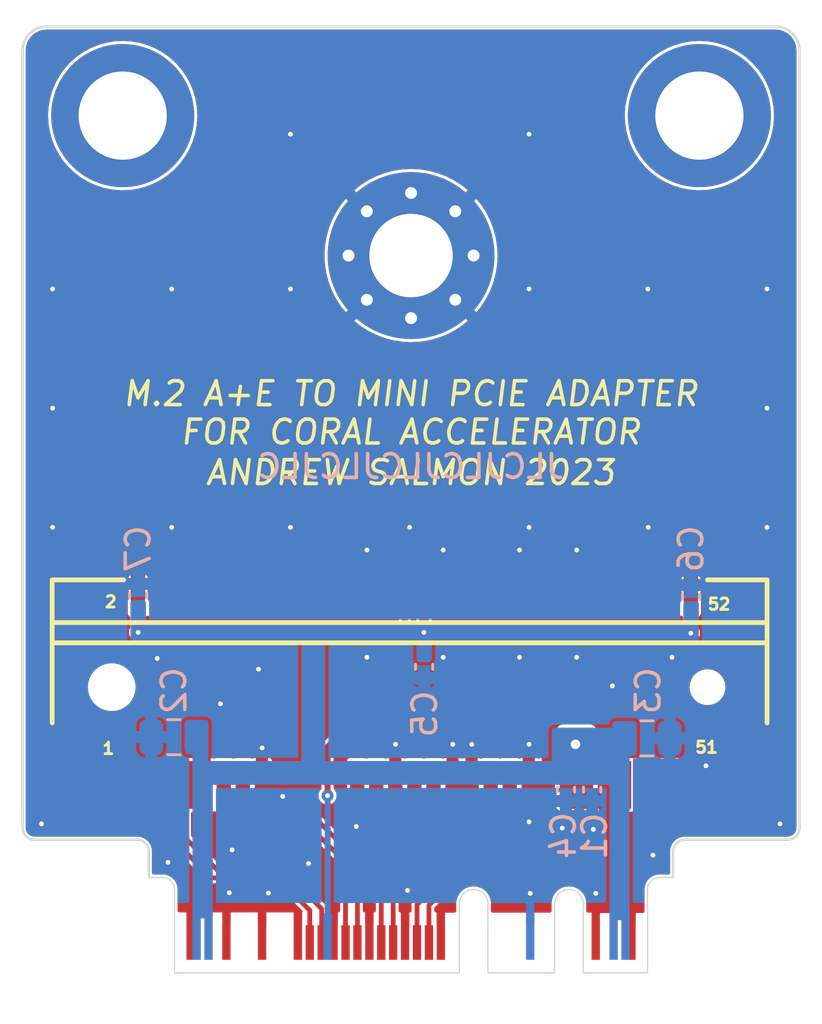
<source format=kicad_pcb>
(kicad_pcb (version 20211014) (generator pcbnew)
  (layers (0 "F.Cu" signal) (31 "B.Cu" signal) (34 "B.Paste" user) (35 "F.Paste" user) (36 "B.SilkS" user "B.Silkscreen") (37 "F.SilkS" user "F.Silkscreen") (38 "B.Mask" user) (39 "F.Mask" user) (44 "Edge.Cuts" user))
  (net 0 "")
  (net 1 "/3.3V")
  (net 2 "GND")
  (net 3 "/~{PEWAKE}")
  (net 7 "/~{CLKREQ}")
  (net 10 "/REFCLK-")
  (net 12 "/REFCLK+")
  (net 18 "/~{PERST}")
  (net 19 "/PER_0-")
  (net 20 "/PER_0+")
  (net 23 "/PET_0-")
  (net 25 "/PET_0+")
  (footprint "9774027151R:9774027151R" (layer "F.Cu") (at 157.4 93.23)
    (fp_text reference "H3" hide)
    (fp_text value "MountingHole")
    (pad "" np_thru_hole circle (at 0 0) (size 6 6) (drill 3.7) (layers F&B.Cu *.Mask))
  )
  (footprint "MountingHole:MountingHole_3.5mm_Pad_Via" (layer "F.Cu") (at 145.3 99.1)
    (fp_text reference "H1" hide)
    (fp_text value "MountingHole")
    (pad "1" thru_hole circle (at -2.625 0) (size 0.8 0.8) (drill 0.5) (layers *.Cu *.Mask))
    (pad "1" thru_hole circle (at 0 -2.625) (size 0.8 0.8) (drill 0.5) (layers *.Cu *.Mask))
    (pad "1" thru_hole circle (at 0 0) (size 7 7) (drill 3.5) (layers *.Cu *.Mask) (net 2 "GND"))
    (pad "1" thru_hole circle (at -1.856155 -1.856155) (size 0.8 0.8) (drill 0.5) (layers *.Cu *.Mask))
    (pad "1" thru_hole circle (at 2.625 0) (size 0.8 0.8) (drill 0.5) (layers *.Cu *.Mask))
    (pad "1" thru_hole circle (at 0 2.625) (size 0.8 0.8) (drill 0.5) (layers *.Cu *.Mask))
    (pad "1" thru_hole circle (at -1.856155 1.856155) (size 0.8 0.8) (drill 0.5) (layers *.Cu *.Mask))
    (pad "1" thru_hole circle (at 1.856155 1.856155) (size 0.8 0.8) (drill 0.5) (layers *.Cu *.Mask))
    (pad "1" thru_hole circle (at 1.856155 -1.856155) (size 0.8 0.8) (drill 0.5) (layers *.Cu *.Mask))
  )
  (footprint "1775862-2:TE_1775862-2" (layer "F.Cu") (at 145.24 117.202558)
    (fp_text reference "J1" hide)
    (fp_text value "Bus_PCI_Express_Mini")
    (fp_text user "52" (at 12.985 -3.477558) (layer "F.SilkS") (effects (font (size 0.480676 0.480676))))
    (fp_text user "51" (at 12.46 2.522442) (layer "F.SilkS") (effects (font (size 0.480516 0.480516))))
    (fp_text user "2" (at -12.54 -3.577558) (layer "F.SilkS") (effects (font (size 0.480724 0.480724))))
    (fp_text user "1" (at -12.64 2.572442) (layer "F.SilkS") (effects (font (size 0.480067 0.480067))))
    (fp_line (start -15 -2.71) (end 15 -2.71) (layer "F.SilkS") (width 0.2))
    (fp_line (start 15 -4.5) (end 12.5 -4.5) (layer "F.SilkS") (width 0.2))
    (fp_line (start -12 -4.5) (end -15 -4.5) (layer "F.SilkS") (width 0.2))
    (fp_line (start -15 -4.5) (end -15 1.5) (layer "F.SilkS") (width 0.2))
    (fp_line (start 15 1.5) (end 15 -4.5) (layer "F.SilkS") (width 0.2))
    (fp_line (start -15 -1.86) (end 15 -1.86) (layer "F.SilkS") (width 0.2))
    (pad "" np_thru_hole circle (at -12.5 0) (size 1.6 1.6) (drill 1.6) (layers *.Cu *.Mask))
    (pad "" np_thru_hole circle (at 12.5 0) (size 1.1 1.1) (drill 1.1) (layers *.Cu *.Mask))
    (pad "1" smd rect (at -11.8 4.1) (size 0.6 2) (layers "F.Cu" "F.Paste" "F.Mask") (net 3 "/~{PEWAKE}"))
    (pad "2" smd rect (at -11.4 -4.1) (size 0.6 2) (layers "F.Cu" "F.Paste" "F.Mask") (net 1 "/3.3V"))
    (pad "3" smd rect (at -11 4.1) (size 0.6 2) (layers "F.Cu" "F.Paste" "F.Mask"))
    (pad "4" smd rect (at -10.6 -4.1) (size 0.6 2) (layers "F.Cu" "F.Paste" "F.Mask") (net 2 "GND"))
    (pad "5" smd rect (at -10.2 4.1) (size 0.6 2) (layers "F.Cu" "F.Paste" "F.Mask"))
    (pad "6" smd rect (at -9.8 -4.1) (size 0.6 2) (layers "F.Cu" "F.Paste" "F.Mask"))
    (pad "7" smd rect (at -9.4 4.1) (size 0.6 2) (layers "F.Cu" "F.Paste" "F.Mask") (net 7 "/~{CLKREQ}"))
    (pad "8" smd rect (at -9 -4.1) (size 0.6 2) (layers "F.Cu" "F.Paste" "F.Mask"))
    (pad "9" smd rect (at -8.6 4.1) (size 0.6 2) (layers "F.Cu" "F.Paste" "F.Mask") (net 2 "GND"))
    (pad "10" smd rect (at -8.2 -4.1) (size 0.6 2) (layers "F.Cu" "F.Paste" "F.Mask"))
    (pad "11" smd rect (at -7.8 4.1) (size 0.6 2) (layers "F.Cu" "F.Paste" "F.Mask") (net 10 "/REFCLK-"))
    (pad "12" smd rect (at -7.4 -4.1) (size 0.6 2) (layers "F.Cu" "F.Paste" "F.Mask"))
    (pad "13" smd rect (at -7 4.1) (size 0.6 2) (layers "F.Cu" "F.Paste" "F.Mask") (net 12 "/REFCLK+"))
    (pad "14" smd rect (at -6.6 -4.1) (size 0.6 2) (layers "F.Cu" "F.Paste" "F.Mask"))
    (pad "15" smd rect (at -6.2 4.1) (size 0.6 2) (layers "F.Cu" "F.Paste" "F.Mask") (net 2 "GND"))
    (pad "16" smd rect (at -5.8 -4.1) (size 0.6 2) (layers "F.Cu" "F.Paste" "F.Mask"))
    (pad "17" smd rect (at -2.2 4.1) (size 0.6 2) (layers "F.Cu" "F.Paste" "F.Mask"))
    (pad "18" smd rect (at -1.8 -4.1) (size 0.6 2) (layers "F.Cu" "F.Paste" "F.Mask") (net 2 "GND"))
    (pad "19" smd rect (at -1.4 4.1) (size 0.6 2) (layers "F.Cu" "F.Paste" "F.Mask"))
    (pad "20" smd rect (at -1 -4.1) (size 0.6 2) (layers "F.Cu" "F.Paste" "F.Mask"))
    (pad "21" smd rect (at -0.6 4.1) (size 0.6 2) (layers "F.Cu" "F.Paste" "F.Mask") (net 2 "GND"))
    (pad "22" smd rect (at -0.2 -4.1) (size 0.6 2) (layers "F.Cu" "F.Paste" "F.Mask") (net 18 "/~{PERST}"))
    (pad "23" smd rect (at 0.2 4.1) (size 0.6 2) (layers "F.Cu" "F.Paste" "F.Mask") (net 19 "/PER_0-"))
    (pad "24" smd rect (at 0.6 -4.1) (size 0.6 2) (layers "F.Cu" "F.Paste" "F.Mask") (net 1 "/3.3V"))
    (pad "25" smd rect (at 1 4.1) (size 0.6 2) (layers "F.Cu" "F.Paste" "F.Mask") (net 20 "/PER_0+"))
    (pad "26" smd rect (at 1.4 -4.1) (size 0.6 2) (layers "F.Cu" "F.Paste" "F.Mask") (net 2 "GND"))
    (pad "27" smd rect (at 1.8 4.1) (size 0.6 2) (layers "F.Cu" "F.Paste" "F.Mask") (net 2 "GND"))
    (pad "28" smd rect (at 2.2 -4.1) (size 0.6 2) (layers "F.Cu" "F.Paste" "F.Mask"))
    (pad "29" smd rect (at 2.6 4.1) (size 0.6 2) (layers "F.Cu" "F.Paste" "F.Mask") (net 2 "GND"))
    (pad "30" smd rect (at 3 -4.1) (size 0.6 2) (layers "F.Cu" "F.Paste" "F.Mask"))
    (pad "31" smd rect (at 3.4 4.1) (size 0.6 2) (layers "F.Cu" "F.Paste" "F.Mask") (net 23 "/PET_0-"))
    (pad "32" smd rect (at 3.8 -4.1) (size 0.6 2) (layers "F.Cu" "F.Paste" "F.Mask"))
    (pad "33" smd rect (at 4.2 4.1) (size 0.6 2) (layers "F.Cu" "F.Paste" "F.Mask") (net 25 "/PET_0+"))
    (pad "34" smd rect (at 4.6 -4.1) (size 0.6 2) (layers "F.Cu" "F.Paste" "F.Mask") (net 2 "GND"))
    (pad "35" smd rect (at 5 4.1) (size 0.6 2) (layers "F.Cu" "F.Paste" "F.Mask") (net 2 "GND"))
    (pad "36" smd rect (at 5.4 -4.1) (size 0.6 2) (layers "F.Cu" "F.Paste" "F.Mask"))
    (pad "37" smd rect (at 5.8 4.1) (size 0.6 2) (layers "F.Cu" "F.Paste" "F.Mask") (net 2 "GND"))
    (pad "38" smd rect (at 6.2 -4.1) (size 0.6 2) (layers "F.Cu" "F.Paste" "F.Mask"))
    (pad "39" smd rect (at 6.6 4.1) (size 0.6 2) (layers "F.Cu" "F.Paste" "F.Mask") (net 1 "/3.3V"))
    (pad "40" smd rect (at 7 -4.1) (size 0.6 2) (layers "F.Cu" "F.Paste" "F.Mask") (net 2 "GND"))
    (pad "41" smd rect (at 7.4 4.1) (size 0.6 2) (layers "F.Cu" "F.Paste" "F.Mask") (net 1 "/3.3V"))
    (pad "42" smd rect (at 7.8 -4.1) (size 0.6 2) (layers "F.Cu" "F.Paste" "F.Mask"))
    (pad "43" smd rect (at 8.2 4.1) (size 0.6 2) (layers "F.Cu" "F.Paste" "F.Mask") (net 2 "GND"))
    (pad "44" smd rect (at 8.6 -4.1) (size 0.6 2) (layers "F.Cu" "F.Paste" "F.Mask"))
    (pad "45" smd rect (at 9 4.1) (size 0.6 2) (layers "F.Cu" "F.Paste" "F.Mask"))
    (pad "46" smd rect (at 9.4 -4.1) (size 0.6 2) (layers "F.Cu" "F.Paste" "F.Mask"))
    (pad "47" smd rect (at 9.8 4.1) (size 0.6 2) (layers "F.Cu" "F.Paste" "F.Mask"))
    (pad "48" smd rect (at 10.2 -4.1) (size 0.6 2) (layers "F.Cu" "F.Paste" "F.Mask"))
    (pad "49" smd rect (at 10.6 4.1) (size 0.6 2) (layers "F.Cu" "F.Paste" "F.Mask"))
    (pad "50" smd rect (at 11 -4.1) (size 0.6 2) (layers "F.Cu" "F.Paste" "F.Mask") (net 2 "GND"))
    (pad "51" smd rect (at 11.4 4.1) (size 0.6 2) (layers "F.Cu" "F.Paste" "F.Mask"))
    (pad "52" smd rect (at 11.8 -4.1) (size 0.6 2) (layers "F.Cu" "F.Paste" "F.Mask") (net 1 "/3.3V"))
    (pad "P1" smd rect (at -14.65 3.5) (size 2.3 3.2) (layers "F.Cu" "F.Paste" "F.Mask"))
    (pad "P2" smd rect (at 14.65 3.5) (size 2.3 3.2) (layers "F.Cu" "F.Paste" "F.Mask"))
  )
  (footprint "NGFF:NGFF_A+E" (layer "F.Cu") (at 145.3 129.1875)
    (fp_text reference "U1" hide)
    (fp_text value "M2_A+E")
    (fp_line (start -11 -4) (end -10.425 -4) (layer "Edge.Cuts") (width 0.05))
    (fp_line (start 3.225 -2.9) (end 3.225 0) (layer "Edge.Cuts") (width 0.05))
    (fp_line (start 2.025 0) (end 2.025 -2.9) (layer "Edge.Cuts") (width 0.05))
    (fp_line (start 7.225 0) (end 9.925 0) (layer "Edge.Cuts") (width 0.05))
    (fp_line (start 6.025 0) (end 6.025 -2.9) (layer "Edge.Cuts") (width 0.05))
    (fp_line (start -9.925 -3.5) (end -9.925 0) (layer "Edge.Cuts") (width 0.05))
    (fp_line (start 10.425 -4) (end 11 -4) (layer "Edge.Cuts") (width 0.05))
    (fp_line (start -9.925 0) (end 2.025 0) (layer "Edge.Cuts") (width 0.05))
    (fp_line (start 9.925 0) (end 9.925 -3.5) (layer "Edge.Cuts") (width 0.05))
    (fp_line (start 3.225 0) (end 6.025 0) (layer "Edge.Cuts") (width 0.05))
    (fp_line (start 7.225 -2.9) (end 7.225 0) (layer "Edge.Cuts") (width 0.05))
    (fp_arc (start 9.925 -3.5) (mid 10.071447 -3.853553) (end 10.425 -4) (layer "Edge.Cuts") (width 0.05))
    (fp_arc (start 6.025 -2.9) (mid 6.625 -3.5) (end 7.225 -2.9) (layer "Edge.Cuts") (width 0.05))
    (fp_arc (start -10.425 -4) (mid -10.071447 -3.853553) (end -9.925 -3.5) (layer "Edge.Cuts") (width 0.05))
    (fp_arc (start 2.025 -2.9) (mid 2.625 -3.5) (end 3.225 -2.9) (layer "Edge.Cuts") (width 0.05))
    (pad "1" smd rect (at 9.25 -1.275) (size 0.35 1.45) (layers "F.Cu") (net 2 "GND"))
    (pad "2" smd rect (at 9 -1.525) (size 0.35 1.95) (layers "B.Cu") (net 1 "/3.3V"))
    (pad "4" smd rect (at 8.5 -1.525) (size 0.35 1.95) (layers "B.Cu") (net 1 "/3.3V"))
    (pad "7" smd rect (at 7.75 -1.275) (size 0.35 1.45) (layers "F.Cu") (net 2 "GND"))
    (pad "18" smd rect (at 5 -1.525) (size 0.35 1.95) (layers "B.Cu") (net 2 "GND"))
    (pad "33" smd rect (at 1.25 -1.275) (size 0.35 1.45) (layers "F.Cu") (net 2 "GND"))
    (pad "35" smd rect (at 0.75 -1.275) (size 0.35 1.45) (layers "F.Cu") (net 25 "/PET_0+"))
    (pad "37" smd rect (at 0.25 -1.275) (size 0.35 1.45) (layers "F.Cu") (net 23 "/PET_0-"))
    (pad "39" smd rect (at -0.25 -1.275) (size 0.35 1.45) (layers "F.Cu") (net 2 "GND"))
    (pad "41" smd rect (at -0.75 -1.275) (size 0.35 1.45) (layers "F.Cu") (net 20 "/PER_0+"))
    (pad "43" smd rect (at -1.25 -1.275) (size 0.35 1.45) (layers "F.Cu") (net 19 "/PER_0-"))
    (pad "45" smd rect (at -1.75 -1.275) (size 0.35 1.45) (layers "F.Cu") (net 2 "GND"))
    (pad "47" smd rect (at -2.25 -1.275) (size 0.35 1.45) (layers "F.Cu") (net 12 "/REFCLK+"))
    (pad "49" smd rect (at -2.75 -1.275) (size 0.35 1.45) (layers "F.Cu") (net 10 "/REFCLK-"))
    (pad "51" smd rect (at -3.25 -1.275) (size 0.35 1.45) (layers "F.Cu") (net 2 "GND"))
    (pad "52" smd rect (at -3.5 -1.525) (size 0.35 1.95) (layers "B.Cu") (net 18 "/~{PERST}"))
    (pad "53" smd rect (at -3.75 -1.275) (size 0.35 1.45) (layers "F.Cu") (net 7 "/~{CLKREQ}"))
    (pad "55" smd rect (at -4.25 -1.275) (size 0.35 1.45) (layers "F.Cu") (net 3 "/~{PEWAKE}"))
    (pad "57" smd rect (at -4.75 -1.275) (size 0.35 1.45) (layers "F.Cu") (net 2 "GND"))
    (pad "63" smd rect (at -6.25 -1.275) (size 0.35 1.45) (layers "F.Cu") (net 2 "GND"))
    (pad "69" smd rect (at -7.75 -1.275) (size 0.35 1.45) (layers "F.Cu") (net 2 "GND"))
    (pad "72" smd rect (at -8.5 -1.525) (size 0.35 1.95) (layers "B.Cu") (net 1 "/3.3V"))
    (pad "74" smd rect (at -9 -1.525) (size 0.35 1.95) (layers "B.Cu") (net 1 "/3.3V"))
    (pad "75" smd rect (at -9.25 -1.275) (size 0.35 1.45) (layers "F.Cu") (net 2 "GND"))
  )
  (footprint "9774027151R:9774027151R" (layer "F.Cu") (at 133.2 93.23)
    (fp_text reference "H2" hide)
    (fp_text value "MountingHole")
    (pad "" np_thru_hole circle (at 0 0) (size 6 6) (drill 3.7) (layers F&B.Cu *.Mask))
  )
  (footprint "Capacitor_SMD:C_0402_1005Metric" (layer "B.Cu") (at 145.85 116.35 -90)
    (fp_text reference "C5" (at 1.975 -0.025 90) (layer "B.SilkS") (effects (justify mirror)))
    (fp_text value "0.1u")
    (fp_line (start -0.107836 0.36) (end 0.107836 0.36) (layer "B.SilkS") (width 0.12))
    (fp_line (start -0.107836 -0.36) (end 0.107836 -0.36) (layer "B.SilkS") (width 0.12))
    (pad "1" smd roundrect (at -0.48 0 270) (size 0.56 0.62) (layers "B.Cu" "B.Paste" "B.Mask") (net 1 "/3.3V"))
    (pad "2" smd roundrect (at 0.48 0 270) (size 0.56 0.62) (layers "B.Cu" "B.Paste" "B.Mask") (net 2 "GND"))
  )
  (footprint "Capacitor_SMD:C_0402_1005Metric" (layer "B.Cu") (at 151.8 121.5 90)
    (fp_text reference "C4" (at -1.925 -0.1 90) (layer "B.SilkS") (effects (justify mirror)))
    (fp_text value "0.1u")
    (fp_line (start -0.107836 -0.36) (end 0.107836 -0.36) (layer "B.SilkS") (width 0.12))
    (fp_line (start -0.107836 0.36) (end 0.107836 0.36) (layer "B.SilkS") (width 0.12))
    (pad "1" smd roundrect (at -0.48 0 90) (size 0.56 0.62) (layers "B.Cu" "B.Paste" "B.Mask") (net 2 "GND"))
    (pad "2" smd roundrect (at 0.48 0 90) (size 0.56 0.62) (layers "B.Cu" "B.Paste" "B.Mask") (net 1 "/3.3V"))
  )
  (footprint "Capacitor_SMD:C_0402_1005Metric" (layer "B.Cu") (at 157.05 113.4 90)
    (fp_text reference "C6" (at 2 0 90) (layer "B.SilkS") (effects (justify mirror)))
    (fp_text value "0.1u")
    (fp_line (start -0.107836 -0.36) (end 0.107836 -0.36) (layer "B.SilkS") (width 0.12))
    (fp_line (start -0.107836 0.36) (end 0.107836 0.36) (layer "B.SilkS") (width 0.12))
    (pad "1" smd roundrect (at -0.48 0 90) (size 0.56 0.62) (layers "B.Cu" "B.Paste" "B.Mask") (net 1 "/3.3V"))
    (pad "2" smd roundrect (at 0.48 0 90) (size 0.56 0.62) (layers "B.Cu" "B.Paste" "B.Mask") (net 2 "GND"))
  )
  (footprint "Capacitor_SMD:C_0402_1005Metric" (layer "B.Cu") (at 133.85 113.35 90)
    (fp_text reference "C7" (at 1.95 0 90) (layer "B.SilkS") (effects (justify mirror)))
    (fp_text value "0.1u")
    (fp_line (start -0.107836 -0.36) (end 0.107836 -0.36) (layer "B.SilkS") (width 0.12))
    (fp_line (start -0.107836 0.36) (end 0.107836 0.36) (layer "B.SilkS") (width 0.12))
    (pad "1" smd roundrect (at -0.48 0 90) (size 0.56 0.62) (layers "B.Cu" "B.Paste" "B.Mask") (net 1 "/3.3V"))
    (pad "2" smd roundrect (at 0.48 0 90) (size 0.56 0.62) (layers "B.Cu" "B.Paste" "B.Mask") (net 2 "GND"))
  )
  (footprint "Capacitor_SMD:C_0805_2012Metric" (layer "B.Cu") (at 155.2 119.35 180)
    (fp_text reference "C3" (at -0.05 2 90) (layer "B.SilkS") (effects (justify mirror)))
    (fp_text value "10u")
    (fp_line (start -0.261252 -0.735) (end 0.261252 -0.735) (layer "B.SilkS") (width 0.12))
    (fp_line (start -0.261252 0.735) (end 0.261252 0.735) (layer "B.SilkS") (width 0.12))
    (pad "1" smd roundrect (at -0.95 0 180) (size 1 1.45) (layers "B.Cu" "B.Paste" "B.Mask") (net 2 "GND"))
    (pad "2" smd roundrect (at 0.95 0 180) (size 1 1.45) (layers "B.Cu" "B.Paste" "B.Mask") (net 1 "/3.3V"))
  )
  (footprint "Capacitor_SMD:C_0805_2012Metric" (layer "B.Cu") (at 135.35 119.3)
    (fp_text reference "C2" (at 0 -1.95 90) (layer "B.SilkS") (effects (justify mirror)))
    (fp_text value "10u")
    (fp_line (start -0.261252 0.735) (end 0.261252 0.735) (layer "B.SilkS") (width 0.12))
    (fp_line (start -0.261252 -0.735) (end 0.261252 -0.735) (layer "B.SilkS") (width 0.12))
    (pad "1" smd roundrect (at -0.95 0) (size 1 1.45) (layers "B.Cu" "B.Paste" "B.Mask") (net 2 "GND"))
    (pad "2" smd roundrect (at 0.95 0) (size 1 1.45) (layers "B.Cu" "B.Paste" "B.Mask") (net 1 "/3.3V"))
  )
  (footprint "Capacitor_SMD:C_0402_1005Metric" (layer "B.Cu") (at 152.9 121.5 90)
    (fp_text reference "C1" (at -1.95 0.1 90) (layer "B.SilkS") (effects (justify mirror)))
    (fp_text value "0.1u")
    (fp_line (start -0.107836 -0.36) (end 0.107836 -0.36) (layer "B.SilkS") (width 0.12))
    (fp_line (start -0.107836 0.36) (end 0.107836 0.36) (layer "B.SilkS") (width 0.12))
    (pad "1" smd roundrect (at -0.48 0 90) (size 0.56 0.62) (layers "B.Cu" "B.Paste" "B.Mask") (net 2 "GND"))
    (pad "2" smd roundrect (at 0.48 0 90) (size 0.56 0.62) (layers "B.Cu" "B.Paste" "B.Mask") (net 1 "/3.3V"))
  )
  (gr_line (start 133.8 123.6) (end 129.5 123.6) (layer "Edge.Cuts") (width 0.1))
  (gr_arc (start 156.3 124.1) (mid 156.446447 123.746447) (end 156.8 123.6) (layer "Edge.Cuts") (width 0.1))
  (gr_line (start 156.3 125.1875) (end 156.3 124.1) (layer "Edge.Cuts") (width 0.1))
  (gr_arc (start 129 90.499766) (mid 129.292497 89.790281) (end 130 89.49301) (layer "Edge.Cuts") (width 0.1))
  (gr_arc (start 161.6 123.1) (mid 161.453553 123.453553) (end 161.1 123.6) (layer "Edge.Cuts") (width 0.1))
  (gr_line (start 129 123.1) (end 129 90.499766) (layer "Edge.Cuts") (width 0.1))
  (gr_line (start 161.6 123.1) (end 161.6 90.5) (layer "Edge.Cuts") (width 0.1))
  (gr_arc (start 160.6 89.49301) (mid 161.307537 89.790413) (end 161.6 90.5) (layer "Edge.Cuts") (width 0.1))
  (gr_line (start 156.8 123.6) (end 161.1 123.6) (layer "Edge.Cuts") (width 0.1))
  (gr_arc (start 133.8 123.6) (mid 134.153553 123.746447) (end 134.3 124.1) (layer "Edge.Cuts") (width 0.1))
  (gr_arc (start 129.5 123.6) (mid 129.146447 123.453553) (end 129 123.1) (layer "Edge.Cuts") (width 0.1))
  (gr_line (start 130 89.49301) (end 160.6 89.49301) (layer "Edge.Cuts") (width 0.1))
  (gr_line (start 134.3 125.1875) (end 134.3 124.1) (layer "Edge.Cuts") (width 0.1))
  (gr_text "JLCJLCJLCJLCJLC" (at 145.288 107.95) (layer "B.SilkS") (effects (font (size 1 1)) (justify mirror)))
  (gr_text "M.2 A+E TO MINI PCIE ADAPTER\nFOR CORAL ACCELERATOR" (at 145.288 105.7) (layer "F.SilkS") (effects (font (size 1 1) (thickness 0.15) italic)))
  (gr_text "ANDREW SALMON 2023" (at 145.288 108.204) (layer "F.SilkS") (effects (font (size 1 1) (thickness 0.15) italic)))
  (segment (start 145.84 113.102558) (end 145.84 114.903142) (width 0.4) (layer "F.Cu") (net 1))
  (segment (start 157.04 114.936429) (end 157.039704 114.936725) (width 0.4) (layer "F.Cu") (net 1))
  (segment (start 133.84 113.102558) (end 133.84 114.899992) (width 0.4) (layer "F.Cu") (net 1))
  (segment (start 157.04 113.102558) (end 157.04 114.936429) (width 0.4) (layer "F.Cu") (net 1))
  (via (at 152.2 119.6) (size 0.8) (drill 0.4) (layers "F.Cu" "B.Cu") (net 1))
  (via (at 145.84 114.903142) (size 0.5) (drill 0.2) (layers "F.Cu" "B.Cu") (net 1))
  (via (at 133.84589 114.905882) (size 0.5) (drill 0.2) (layers "F.Cu" "B.Cu") (net 1))
  (via (at 157.039704 114.936725) (size 0.5) (drill 0.2) (layers "F.Cu" "B.Cu") (net 1))
  (via (at 139.913934 121.785291) (size 0.5) (drill 0.2) (layers "F.Cu" "B.Cu") (net 2))
  (via (at 146.65 111.45) (size 0.5) (drill 0.2) (layers "F.Cu" "B.Cu") (net 2))
  (via (at 130.258181 110.5) (size 0.5) (drill 0.2) (layers "F.Cu" "B.Cu") (net 2))
  (via (at 137.3 117.9) (size 0.5) (drill 0.2) (layers "F.Cu" "B.Cu") (net 2))
  (via (at 135.258181 100.5) (size 0.5) (drill 0.2) (layers "F.Cu" "B.Cu") (net 2))
  (via (at 155.25 110.5) (size 0.5) (drill 0.2) (layers "F.Cu" "B.Cu") (net 2))
  (via (at 135.258181 110.5) (size 0.5) (drill 0.2) (layers "F.Cu" "B.Cu") (net 2))
  (via (at 147.85 119.6) (size 0.5) (drill 0.2) (layers "F.Cu" "B.Cu") (net 2))
  (via (at 160.237097 100.5) (size 0.5) (drill 0.2) (layers "F.Cu" "B.Cu") (net 2))
  (via (at 137.674606 125.826911) (size 0.5) (drill 0.2) (layers "F.Cu" "B.Cu") (net 2))
  (via (at 150.25 119.6) (size 0.5) (drill 0.2) (layers "F.Cu" "B.Cu") (net 2))
  (via (at 160.237097 110.5) (size 0.5) (drill 0.2) (layers "F.Cu" "B.Cu") (net 2))
  (via (at 139.312508 125.841061) (size 0.5) (drill 0.2) (layers "F.Cu" "B.Cu") (net 2))
  (via (at 160.782 122.936) (size 0.5) (drill 0.2) (layers "F.Cu" "B.Cu") (net 2))
  (via (at 140.240688 110.5) (size 0.5) (drill 0.2) (layers "F.Cu" "B.Cu") (net 2))
  (via (at 156.25 115.95) (size 0.5) (drill 0.2) (layers "F.Cu" "B.Cu") (net 2))
  (via (at 152.25 111.45) (size 0.5) (drill 0.2) (layers "F.Cu" "B.Cu") (net 2))
  (via (at 129.794 122.936) (size 0.5) (drill 0.2) (layers "F.Cu" "B.Cu") (net 2))
  (via (at 130.258181 105.5) (size 0.5) (drill 0.2) (layers "F.Cu" "B.Cu") (net 2))
  (via (at 147.05 119.6) (size 0.5) (drill 0.2) (layers "F.Cu" "B.Cu") (net 2))
  (via (at 150.3 125.85) (size 0.5) (drill 0.2) (layers "F.Cu" "B.Cu") (net 2))
  (via (at 150.25 94.009375) (size 0.5) (drill 0.2) (layers "F.Cu" "B.Cu") (net 2))
  (via (at 144.65 119.6) (size 0.5) (drill 0.2) (layers "F.Cu" "B.Cu") (net 2))
  (via (at 153.05 125.85) (size 0.5) (drill 0.2) (layers "F.Cu" "B.Cu") (net 2))
  (via (at 140.240688 94.009375) (size 0.5) (drill 0.2) (layers "F.Cu" "B.Cu") (net 2))
  (via (at 138.9 116.45) (size 0.5) (drill 0.2) (layers "F.Cu" "B.Cu") (net 2))
  (via (at 145.149426 125.72714) (size 0.5) (drill 0.2) (layers "F.Cu" "B.Cu") (net 2))
  (via (at 134.65 116) (size 0.5) (drill 0.2) (layers "F.Cu" "B.Cu") (net 2))
  (via (at 150.25 122.85) (size 0.5) (drill 0.2) (layers "F.Cu" "B.Cu") (net 2))
  (via (at 143.45 115.95) (size 0.5) (drill 0.2) (layers "F.Cu" "B.Cu") (net 2))
  (via (at 139.05 119.75) (size 0.5) (drill 0.2) (layers "F.Cu" "B.Cu") (net 2))
  (via (at 157.675 120.5) (size 0.5) (drill 0.2) (layers "F.Cu" "B.Cu") (net 2))
  (via (at 150.25 100.5) (size 0.5) (drill 0.2) (layers "F.Cu" "B.Cu") (net 2))
  (via (at 143.45 111.45) (size 0.5) (drill 0.2) (layers "F.Cu" "B.Cu") (net 2))
  (via (at 149.85 111.45) (size 0.5) (drill 0.2) (layers "F.Cu" "B.Cu") (net 2))
  (via (at 140.240688 100.5) (size 0.5) (drill 0.2) (layers "F.Cu" "B.Cu") (net 2))
  (via (at 149.85 115.95) (size 0.5) (drill 0.2) (layers "F.Cu" "B.Cu") (net 2))
  (via (at 153.75 117.15) (size 0.5) (drill 0.2) (layers "F.Cu" "B.Cu") (net 2))
  (via (at 150.25 110.5) (size 0.5) (drill 0.2) (layers "F.Cu" "B.Cu") (net 2))
  (via (at 160.237097 105.5) (size 0.5) (drill 0.2) (layers "F.Cu" "B.Cu") (net 2))
  (via (at 155.45 124.25) (size 0.5) (drill 0.2) (layers "F.Cu" "B.Cu") (net 2))
  (via (at 137.791384 124.029888) (size 0.5) (drill 0.2) (layers "F.Cu" "B.Cu") (net 2))
  (via (at 141 124.6) (size 0.5) (drill 0.2) (layers "F.Cu" "B.Cu") (net 2))
  (via (at 145.240688 110.5) (size 0.5) (drill 0.2) (layers "F.Cu" "B.Cu") (net 2))
  (via (at 143.002245 123.048208) (size 0.5) (drill 0.2) (layers "F.Cu" "B.Cu") (net 2))
  (via (at 152.948986 123.166571) (size 0.5) (drill 0.2) (layers "F.Cu" "B.Cu") (net 2))
  (via (at 155.237097 100.5) (size 0.5) (drill 0.2) (layers "F.Cu" "B.Cu") (net 2))
  (via (at 135.1 124.55) (size 0.5) (drill 0.2) (layers "F.Cu" "B.Cu") (net 2))
  (via (at 146.65 115.95) (size 0.5) (drill 0.2) (layers "F.Cu" "B.Cu") (net 2))
  (via (at 130.258181 100.5) (size 0.5) (drill 0.2) (layers "F.Cu" "B.Cu") (net 2))
  (via (at 152.25 115.95) (size 0.5) (drill 0.2) (layers "F.Cu" "B.Cu") (net 2))
  (via (at 151.642309 123.113508) (size 0.5) (drill 0.2) (layers "F.Cu" "B.Cu") (net 2))
  (segment (start 134.545495 122.825) (end 133.7 122.825) (width 0.2) (layer "F.Cu") (net 3))
  (segment (start 141.05 127.9125) (end 141.05 126.56436) (width 0.2) (layer "F.Cu") (net 3))
  (segment (start 136.920495 125.2) (end 134.545495 122.825) (width 0.2) (layer "F.Cu") (net 3))
  (segment (start 141.05 126.56436) (end 139.68564 125.2) (width 0.2) (layer "F.Cu") (net 3))
  (segment (start 139.68564 125.2) (end 136.920495 125.2) (width 0.2) (layer "F.Cu") (net 3))
  (segment (start 133.44 122.565) (end 133.44 121.302558) (width 0.2) (layer "F.Cu") (net 3))
  (segment (start 133.7 122.825) (end 133.44 122.565) (width 0.2) (layer "F.Cu") (net 3))
  (segment (start 139.924119 124.873499) (end 141.55 126.49938) (width 0.2) (layer "F.Cu") (net 7))
  (segment (start 135.84 123.541822) (end 137.171677 124.873499) (width 0.2) (layer "F.Cu") (net 7))
  (segment (start 137.171677 124.873499) (end 139.924119 124.873499) (width 0.2) (layer "F.Cu") (net 7))
  (segment (start 141.55 126.49938) (end 141.55 127.9125) (width 0.2) (layer "F.Cu") (net 7))
  (segment (start 135.84 121.302558) (end 135.84 123.541822) (width 0.2) (layer "F.Cu") (net 7))
  (segment (start 140.716133 123.483867) (end 140.716133 123.495209) (width 0.2) (layer "F.Cu") (net 10))
  (segment (start 137.44 122.502558) (end 137.44 121.302558) (width 0.2) (layer "F.Cu") (net 10))
  (segment (start 138.466133 123.283867) (end 138.221309 123.283867) (width 0.2) (layer "F.Cu") (net 10))
  (segment (start 138.221309 123.283867) (end 137.44 122.502558) (width 0.2) (layer "F.Cu") (net 10))
  (segment (start 140.116133 123.283867) (end 138.466133 123.283867) (width 0.2) (layer "F.Cu") (net 10))
  (segment (start 142.55 124.55) (end 141.283867 123.283867) (width 0.2) (layer "F.Cu") (net 10))
  (segment (start 140.316133 123.495209) (end 140.316133 123.483867) (width 0.2) (layer "F.Cu") (net 10))
  (segment (start 142.55 127.9125) (end 142.55 124.55) (width 0.2) (layer "F.Cu") (net 10))
  (segment (start 141.283867 123.283867) (end 140.916133 123.283867) (width 0.2) (layer "F.Cu") (net 10))
  (arc (start 140.916133 123.283867) (mid 140.774712 123.342446) (end 140.716133 123.483867) (width 0.2) (layer "F.Cu") (net 10))
  (arc (start 140.516133 123.695209) (mid 140.374712 123.63663) (end 140.316133 123.495209) (width 0.2) (layer "F.Cu") (net 10))
  (arc (start 140.716133 123.495209) (mid 140.657554 123.63663) (end 140.516133 123.695209) (width 0.2) (layer "F.Cu") (net 10))
  (arc (start 140.316133 123.483867) (mid 140.257554 123.342446) (end 140.116133 123.283867) (width 0.2) (layer "F.Cu") (net 10))
  (segment (start 140.684366 122.684366) (end 140.684366 122.546827) (width 0.2) (layer "F.Cu") (net 12))
  (segment (start 141.465997 122.884366) (end 140.884366 122.884366) (width 0.2) (layer "F.Cu") (net 12))
  (segment (start 143.05 124.468369) (end 141.465997 122.884366) (width 0.2) (layer "F.Cu") (net 12))
  (segment (start 140.284366 122.546827) (end 140.284366 122.684366) (width 0.2) (layer "F.Cu") (net 12))
  (segment (start 143.05 127.9125) (end 143.05 124.468369) (width 0.2) (layer "F.Cu") (net 12))
  (segment (start 140.034366 122.884366) (end 138.621808 122.884366) (width 0.2) (layer "F.Cu") (net 12))
  (segment (start 138.621808 122.884366) (end 138.24 122.502558) (width 0.2) (layer "F.Cu") (net 12))
  (segment (start 140.084366 122.884366) (end 140.034366 122.884366) (width 0.2) (layer "F.Cu") (net 12))
  (segment (start 138.24 122.502558) (end 138.24 121.302558) (width 0.2) (layer "F.Cu") (net 12))
  (arc (start 140.884366 122.884366) (mid 140.742945 122.825787) (end 140.684366 122.684366) (width 0.2) (layer "F.Cu") (net 12))
  (arc (start 140.484366 122.346827) (mid 140.342945 122.405406) (end 140.284366 122.546827) (width 0.2) (layer "F.Cu") (net 12))
  (arc (start 140.284366 122.684366) (mid 140.225787 122.825787) (end 140.084366 122.884366) (width 0.2) (layer "F.Cu") (net 12))
  (arc (start 140.684366 122.546827) (mid 140.625787 122.405406) (end 140.484366 122.346827) (width 0.2) (layer "F.Cu") (net 12))
  (segment (start 145.04 113.102558) (end 145.04 116.46) (width 0.25) (layer "F.Cu") (net 18))
  (segment (start 141.796132 119.703868) (end 141.796132 121.751933) (width 0.25) (layer "F.Cu") (net 18))
  (segment (start 145.04 116.46) (end 141.796132 119.703868) (width 0.25) (layer "F.Cu") (net 18))
  (via (at 141.796132 121.751933) (size 0.5) (drill 0.2) (layers "F.Cu" "B.Cu") (net 18))
  (segment (start 141.8 127.6625) (end 141.8 121.755801) (width 0.25) (layer "B.Cu") (net 18))
  (segment (start 141.8 121.755801) (end 141.796132 121.751933) (width 0.25) (layer "B.Cu") (net 18))
  (segment (start 144.05 124.675) (end 144.05 127.9125) (width 0.2) (layer "F.Cu") (net 19))
  (segment (start 143.782807 123.626373) (end 143.782807 123.626374) (width 0.2) (layer "F.Cu") (net 19))
  (segment (start 144.325104 124.399895) (end 144.05 124.675) (width 0.2) (layer "F.Cu") (net 19))
  (segment (start 143.782807 123.626374) (end 144.325103 124.16867) (width 0.2) (layer "F.Cu") (net 19))
  (segment (start 144.787552 123.937447) (end 144.787552 123.937448) (width 0.2) (layer "F.Cu") (net 19))
  (segment (start 144.556328 123.937448) (end 144.014031 123.395151) (width 0.2) (layer "F.Cu") (net 19))
  (segment (start 145.018776 123.475) (end 144.476479 122.932703) (width 0.2) (layer "F.Cu") (net 19))
  (segment (start 145.44 123.285) (end 145.25 123.475) (width 0.2) (layer "F.Cu") (net 19))
  (segment (start 144.325103 124.399894) (end 144.325104 124.399895) (width 0.2) (layer "F.Cu") (net 19))
  (segment (start 145.44 121.302558) (end 145.44 123.285) (width 0.2) (layer "F.Cu") (net 19))
  (segment (start 144.245255 123.163926) (end 144.787551 123.706222) (width 0.2) (layer "F.Cu") (net 19))
  (segment (start 144.787551 123.937446) (end 144.787552 123.937447) (width 0.2) (layer "F.Cu") (net 19))
  (segment (start 144.245255 123.163925) (end 144.245255 123.163926) (width 0.2) (layer "F.Cu") (net 19))
  (arc (start 144.787551 123.706222) (mid 144.835439 123.821834) (end 144.787551 123.937446) (width 0.2) (layer "F.Cu") (net 19))
  (arc (start 144.787552 123.937448) (mid 144.67194 123.985336) (end 144.556328 123.937448) (width 0.2) (layer "F.Cu") (net 19))
  (arc (start 143.782807 123.395151) (mid 143.734919 123.510762) (end 143.782807 123.626373) (width 0.2) (layer "F.Cu") (net 19))
  (arc (start 145.25 123.475) (mid 145.134388 123.522888) (end 145.018776 123.475) (width 0.2) (layer "F.Cu") (net 19))
  (arc (start 144.014031 123.395151) (mid 143.898419 123.347263) (end 143.782807 123.395151) (width 0.2) (layer "F.Cu") (net 19))
  (arc (start 144.245255 122.932703) (mid 144.197367 123.048314) (end 144.245255 123.163925) (width 0.2) (layer "F.Cu") (net 19))
  (arc (start 144.476479 122.932703) (mid 144.360867 122.884815) (end 144.245255 122.932703) (width 0.2) (layer "F.Cu") (net 19))
  (arc (start 144.325103 124.16867) (mid 144.372991 124.284282) (end 144.325103 124.399894) (width 0.2) (layer "F.Cu") (net 19))
  (segment (start 145.200053 124.12495) (end 145.200052 124.124949) (width 0.2) (layer "F.Cu") (net 20))
  (segment (start 145.6625 123.893724) (end 146.182831 124.414055) (width 0.2) (layer "F.Cu") (net 20))
  (segment (start 145.951607 124.64528) (end 145.431277 124.12495) (width 0.2) (layer "F.Cu") (net 20))
  (segment (start 145.200051 124.356173) (end 145.720382 124.876504) (width 0.2) (layer "F.Cu") (net 20))
  (segment (start 145.951609 124.645279) (end 145.951607 124.64528) (width 0.2) (layer "F.Cu") (net 20))
  (segment (start 146.24 123.085) (end 145.6625 123.6625) (width 0.2) (layer "F.Cu") (net 20))
  (segment (start 144.737603 124.587398) (end 144.55 124.775) (width 0.2) (layer "F.Cu") (net 20))
  (segment (start 145.48916 125.107728) (end 145.489158 125.107729) (width 0.2) (layer "F.Cu") (net 20))
  (segment (start 144.55 124.775) (end 144.55 127.9125) (width 0.2) (layer "F.Cu") (net 20))
  (segment (start 145.489158 125.107729) (end 144.968828 124.587399) (width 0.2) (layer "F.Cu") (net 20))
  (segment (start 146.24 121.302558) (end 146.24 123.085) (width 0.2) (layer "F.Cu") (net 20))
  (segment (start 144.737604 124.587399) (end 144.737603 124.587398) (width 0.2) (layer "F.Cu") (net 20))
  (segment (start 145.200052 124.124949) (end 145.200051 124.124949) (width 0.2) (layer "F.Cu") (net 20))
  (arc (start 145.720382 125.107728) (mid 145.60477 125.155617) (end 145.48916 125.107728) (width 0.2) (layer "F.Cu") (net 20))
  (arc (start 145.431277 124.12495) (mid 145.315665 124.077062) (end 145.200053 124.12495) (width 0.2) (layer "F.Cu") (net 20))
  (arc (start 145.720382 124.876504) (mid 145.76827 124.992116) (end 145.720382 125.107728) (width 0.2) (layer "F.Cu") (net 20))
  (arc (start 145.6625 123.6625) (mid 145.614612 123.778112) (end 145.6625 123.893724) (width 0.2) (layer "F.Cu") (net 20))
  (arc (start 145.200051 124.124949) (mid 145.152163 124.240561) (end 145.200051 124.356173) (width 0.2) (layer "F.Cu") (net 20))
  (arc (start 144.968828 124.587399) (mid 144.853216 124.539511) (end 144.737604 124.587399) (width 0.2) (layer "F.Cu") (net 20))
  (arc (start 146.182831 124.645279) (mid 146.067219 124.693168) (end 145.951609 124.645279) (width 0.2) (layer "F.Cu") (net 20))
  (arc (start 146.182831 124.414055) (mid 146.230719 124.529667) (end 146.182831 124.645279) (width 0.2) (layer "F.Cu") (net 20))
  (segment (start 147.044778 123.763345) (end 147.462603 124.18117) (width 0.2) (layer "F.Cu") (net 23))
  (segment (start 148.64 123.235) (end 148.3875 123.4875) (width 0.2) (layer "F.Cu") (net 23))
  (segment (start 148.156276 123.4875) (end 147.73845 123.069674) (width 0.2) (layer "F.Cu") (net 23))
  (segment (start 147.507226 123.300896) (end 147.507226 123.300897) (width 0.2) (layer "F.Cu") (net 23))
  (segment (start 147.925051 123.949946) (end 147.925052 123.949947) (width 0.2) (layer "F.Cu") (net 23))
  (segment (start 147.925052 123.949947) (end 147.925052 123.949948) (width 0.2) (layer "F.Cu") (net 23))
  (segment (start 147.507226 123.300897) (end 147.925051 123.718722) (width 0.2) (layer "F.Cu") (net 23))
  (segment (start 147.044778 123.763344) (end 147.044778 123.763345) (width 0.2) (layer "F.Cu") (net 23))
  (segment (start 147.462604 124.412395) (end 145.55 126.325) (width 0.2) (layer "F.Cu") (net 23))
  (segment (start 147.693828 123.949948) (end 147.276002 123.532122) (width 0.2) (layer "F.Cu") (net 23))
  (segment (start 148.64 121.302558) (end 148.64 123.235) (width 0.2) (layer "F.Cu") (net 23))
  (segment (start 147.462603 124.412394) (end 147.462604 124.412395) (width 0.2) (layer "F.Cu") (net 23))
  (segment (start 145.55 126.325) (end 145.55 127.9125) (width 0.2) (layer "F.Cu") (net 23))
  (arc (start 147.044778 123.532122) (mid 146.99689 123.647733) (end 147.044778 123.763344) (width 0.2) (layer "F.Cu") (net 23))
  (arc (start 147.507226 123.069674) (mid 147.459338 123.185285) (end 147.507226 123.300896) (width 0.2) (layer "F.Cu") (net 23))
  (arc (start 147.73845 123.069674) (mid 147.622838 123.021786) (end 147.507226 123.069674) (width 0.2) (layer "F.Cu") (net 23))
  (arc (start 147.925052 123.949948) (mid 147.80944 123.997836) (end 147.693828 123.949948) (width 0.2) (layer "F.Cu") (net 23))
  (arc (start 147.462603 124.18117) (mid 147.510491 124.296782) (end 147.462603 124.412394) (width 0.2) (layer "F.Cu") (net 23))
  (arc (start 148.3875 123.4875) (mid 148.271888 123.535388) (end 148.156276 123.4875) (width 0.2) (layer "F.Cu") (net 23))
  (arc (start 147.925051 123.718722) (mid 147.972939 123.834334) (end 147.925051 123.949946) (width 0.2) (layer "F.Cu") (net 23))
  (arc (start 147.276002 123.532122) (mid 147.16039 123.484234) (end 147.044778 123.532122) (width 0.2) (layer "F.Cu") (net 23))
  (segment (start 148.106222 124.525) (end 148.106223 124.525) (width 0.2) (layer "F.Cu") (net 25))
  (segment (start 146.05 127.9125) (end 146.05 126.35) (width 0.2) (layer "F.Cu") (net 25))
  (segment (start 148.56867 124.062552) (end 148.568671 124.062552) (width 0.2) (layer "F.Cu") (net 25))
  (segment (start 148.733307 124.689637) (end 148.337445 124.293775) (width 0.2) (layer "F.Cu") (net 25))
  (segment (start 148.799893 123.600104) (end 149.44 122.96) (width 0.2) (layer "F.Cu") (net 25))
  (segment (start 149.195755 124.458412) (end 149.195755 124.458413) (width 0.2) (layer "F.Cu") (net 25))
  (segment (start 148.337445 124.062552) (end 148.337448 124.062552) (width 0.2) (layer "F.Cu") (net 25))
  (segment (start 148.337446 124.062552) (end 148.337445 124.062552) (width 0.2) (layer "F.Cu") (net 25))
  (segment (start 146.05 126.35) (end 147.875 124.525) (width 0.2) (layer "F.Cu") (net 25))
  (segment (start 149.195755 124.227189) (end 148.799893 123.831327) (width 0.2) (layer "F.Cu") (net 25))
  (segment (start 148.106223 124.525) (end 148.502084 124.920861) (width 0.2) (layer "F.Cu") (net 25))
  (segment (start 149.44 122.96) (end 149.44 121.302558) (width 0.2) (layer "F.Cu") (net 25))
  (segment (start 148.799894 123.600104) (end 148.799893 123.600104) (width 0.2) (layer "F.Cu") (net 25))
  (segment (start 148.568671 124.062552) (end 148.964532 124.458413) (width 0.2) (layer "F.Cu") (net 25))
  (segment (start 148.733307 124.92086) (end 148.733307 124.920861) (width 0.2) (layer "F.Cu") (net 25))
  (arc (start 148.799893 123.831327) (mid 148.752006 123.715715) (end 148.799894 123.600104) (width 0.2) (layer "F.Cu") (net 25))
  (arc (start 149.195755 124.458413) (mid 149.243643 124.342801) (end 149.195755 124.227189) (width 0.2) (layer "F.Cu") (net 25))
  (arc (start 148.337448 124.062552) (mid 148.453059 124.014664) (end 148.56867 124.062552) (width 0.2) (layer "F.Cu") (net 25))
  (arc (start 148.337445 124.293775) (mid 148.289558 124.178163) (end 148.337446 124.062552) (width 0.2) (layer "F.Cu") (net 25))
  (arc (start 148.964532 124.458413) (mid 149.080144 124.5063) (end 149.195755 124.458412) (width 0.2) (layer "F.Cu") (net 25))
  (arc (start 148.733307 124.920861) (mid 148.781195 124.805249) (end 148.733307 124.689637) (width 0.2) (layer "F.Cu") (net 25))
  (arc (start 148.502084 124.920861) (mid 148.617696 124.968748) (end 148.733307 124.92086) (width 0.2) (layer "F.Cu") (net 25))
  (arc (start 147.875 124.525) (mid 147.990611 124.477112) (end 148.106222 124.525) (width 0.2) (layer "F.Cu") (net 25))
  (zone (net 1) (net_name "/3.3V") (layer "F.Cu") (priority 1) (connect_pads yes (clearance 0.127)) (min_thickness 0.254) (fill yes (thermal_gap 0.508) (thermal_bridge_width 0.508))
    (polygon (pts (xy 152.942922 122.304289) (xy 151.538228 122.30429) (xy 151.538227 118.899024) (xy 152.942921 118.899023)))
  )
  (zone (net 2) (net_name "GND") (layer "F.Cu") (connect_pads (clearance 0.127)) (min_thickness 0.127) (fill yes (thermal_gap 0.127) (thermal_bridge_width 0.508))
    (polygon (pts (xy 161.65 126.675) (xy 154.73 126.675) (xy 154.73 127.2) (xy 154.36 127.2) (xy 154.36 126.675) (xy 153.225 126.675) (xy 153.225 127.207457) (xy 152.875549 127.209992) (xy 152.875549 126.66) (xy 146.725 126.66) (xy 146.725 127.2) (xy 146.37 127.2) (xy 146.37 126.65) (xy 145.23 126.65) (xy 145.23 127.2) (xy 144.87 127.2) (xy 144.87 126.65) (xy 143.73 126.65) (xy 143.73 127.2) (xy 143.37 127.2) (xy 143.37 126.65) (xy 142.23 126.65) (xy 142.23 127.2) (xy 141.87 127.2) (xy 141.87 126.65) (xy 140.73 126.65) (xy 140.73 127.2) (xy 140.37 127.2) (xy 140.37 126.65) (xy 139.23 126.65) (xy 139.23 127.2) (xy 138.87 127.2) (xy 138.869978 126.65) (xy 137.73 126.65) (xy 137.73 127.198925) (xy 137.38 127.2) (xy 137.38 126.65) (xy 136.22 126.65) (xy 136.22 127.2) (xy 135.874993 127.2) (xy 135.874993 126.65) (xy 128.749993 126.65) (xy 128.749993 89.4) (xy 161.649993 89.4)))
  )
  (zone (net 1) (net_name "/3.3V") (layer "B.Cu") (priority 1) (connect_pads yes (clearance 0.127)) (min_thickness 0.254) (fill yes (thermal_gap 0.508) (thermal_bridge_width 0.508))
    (polygon (pts (xy 154.471782 126.970448) (xy 153.62552 126.970448) (xy 153.62552 121.3) (xy 136.980913 121.3) (xy 136.980913 126.9) (xy 136.128218 126.900001) (xy 136.128217 120.025) (xy 135.825 120.025) (xy 135.803217 118.575001) (xy 136.8 118.575) (xy 136.8 120.3) (xy 140.699999 120.3) (xy 140.7 115.3) (xy 133.525 115.3) (xy 133.525 113.55) (xy 134.175 113.55) (xy 134.175 114.5) (xy 156.725 114.5) (xy 156.725 113.6) (xy 157.375 113.6) (xy 157.375 114.5) (xy 157.375 115.3) (xy 146.175 115.3) (xy 146.175 116.15) (xy 145.525 116.15) (xy 145.525 115.3) (xy 141.7 115.3) (xy 141.7 120.3) (xy 151.2 120.3) (xy 151.2 118.9) (xy 153.75 118.9) (xy 153.75 118.625) (xy 154.775 118.625) (xy 154.775 120.075) (xy 154.471782 120.075)))
  )
  (zone (net 2) (net_name "GND") (layer "B.Cu") (connect_pads (clearance 0.127)) (min_thickness 0.127) (fill yes (thermal_gap 0.127) (thermal_bridge_width 0.508))
    (polygon (pts (xy 161.6 126.250005) (xy 150.475 126.25) (xy 150.475 127.125) (xy 150.125 127.125) (xy 150.125145 126.261358) (xy 128.718577 126.248558) (xy 128.693376 89.398598) (xy 161.599943 89.400045)))
  )
)
</source>
